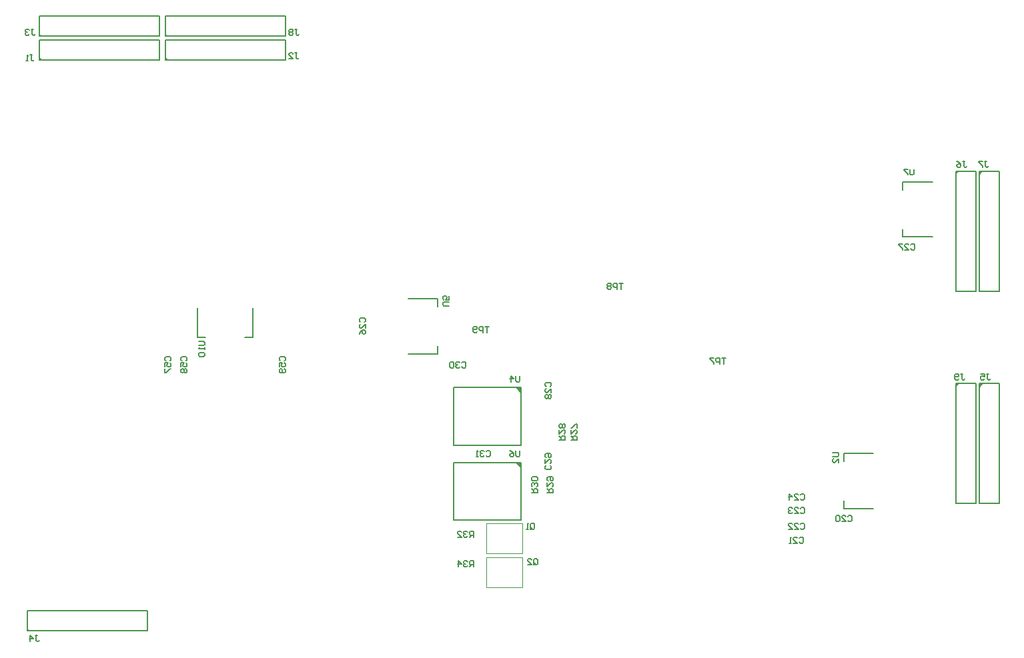
<source format=gbo>
G04*
G04 #@! TF.GenerationSoftware,Altium Limited,Altium Designer,24.5.2 (23)*
G04*
G04 Layer_Color=32896*
%FSLAX25Y25*%
%MOIN*%
G70*
G04*
G04 #@! TF.SameCoordinates,18E33138-F5D1-4808-9D7F-E210CFB707B3*
G04*
G04*
G04 #@! TF.FilePolarity,Positive*
G04*
G01*
G75*
%ADD10C,0.00787*%
%ADD11C,0.00500*%
%ADD12C,0.00197*%
%ADD13C,0.00800*%
%ADD131C,0.00394*%
D10*
X480315Y221457D02*
Y225394D01*
Y245079D02*
Y249016D01*
X495079D01*
X480315Y221457D02*
X495079D01*
X255906Y117397D02*
Y146140D01*
X289370Y117397D02*
Y146140D01*
X255906Y117397D02*
X289370D01*
X255906Y146140D02*
X289370D01*
X288697Y145851D02*
X289272Y144929D01*
X287667Y145971D02*
X288697Y145851D01*
X287667Y145971D02*
X289296Y144163D01*
X289380Y143708D01*
X287344Y146127D02*
X289380Y143708D01*
X255906Y79995D02*
Y108738D01*
X289370Y79995D02*
Y108738D01*
X255906Y79995D02*
X289370D01*
X255906Y108738D02*
X289370D01*
X288697Y108450D02*
X289272Y107527D01*
X287667Y108570D02*
X288697Y108450D01*
X287667Y108570D02*
X289296Y106761D01*
X289380Y106306D01*
X287344Y108725D02*
X289380Y106306D01*
X151575Y171260D02*
X155512D01*
X127953D02*
X131890D01*
X127953D02*
Y186024D01*
X155512Y171260D02*
Y186024D01*
X450787Y85630D02*
X465551D01*
X450787Y113189D02*
X465551D01*
X450787Y109252D02*
Y113189D01*
Y85630D02*
Y89567D01*
X233268Y190551D02*
X248031D01*
X233268Y162992D02*
X248031D01*
Y166929D01*
Y186614D02*
Y190551D01*
D11*
X108740Y309961D02*
Y319961D01*
X48740Y309961D02*
Y319961D01*
X108740D01*
X48740Y309961D02*
X108740D01*
X171732D02*
Y319961D01*
X111732Y309961D02*
Y319961D01*
X171732D01*
X111732Y309961D02*
X171732D01*
X108740Y321772D02*
Y331772D01*
X48740Y321772D02*
Y331772D01*
X108740D01*
X48740Y321772D02*
X108740D01*
X102835Y24528D02*
Y34528D01*
X42835Y24528D02*
Y34528D01*
X102835D01*
X42835Y24528D02*
X102835D01*
X518622Y88110D02*
X528622D01*
X518622Y148110D02*
X528622D01*
Y88110D02*
Y148110D01*
X518622Y88110D02*
Y148110D01*
X506811Y194409D02*
X516811D01*
X506811Y254410D02*
X516811D01*
Y194409D02*
Y254410D01*
X506811Y194409D02*
Y254410D01*
X518622Y194409D02*
X528622D01*
X518622Y254410D02*
X528622D01*
Y194409D02*
Y254410D01*
X518622Y194409D02*
Y254410D01*
X171732Y321772D02*
Y331772D01*
X111732Y321772D02*
Y331772D01*
X171732D01*
X111732Y321772D02*
X171732D01*
X506811Y88110D02*
X516811D01*
X506811Y148110D02*
X516811D01*
Y88110D02*
Y148110D01*
X506811Y88110D02*
Y148110D01*
D12*
X49883Y310108D02*
X50124D01*
X48857Y311134D02*
X49883Y310108D01*
X48857Y310994D02*
Y311134D01*
Y310994D02*
X49718Y310133D01*
X49554D02*
X49718D01*
X48921Y310766D02*
X49554Y310133D01*
X48921Y310652D02*
Y310766D01*
Y310652D02*
X49478Y310095D01*
X49326D02*
X49478D01*
X48895Y310526D02*
X49326Y310095D01*
X48895Y310349D02*
Y310526D01*
Y310349D02*
X49174Y310070D01*
X112875Y310108D02*
X113116D01*
X111849Y311134D02*
X112875Y310108D01*
X111849Y310994D02*
Y311134D01*
Y310994D02*
X112710Y310133D01*
X112546D02*
X112710D01*
X111913Y310766D02*
X112546Y310133D01*
X111913Y310652D02*
Y310766D01*
Y310652D02*
X112470Y310095D01*
X112318D02*
X112470D01*
X111888Y310526D02*
X112318Y310095D01*
X111888Y310349D02*
Y310526D01*
Y310349D02*
X112166Y310070D01*
X49883Y321919D02*
X50124D01*
X48857Y322945D02*
X49883Y321919D01*
X48857Y322805D02*
Y322945D01*
Y322805D02*
X49718Y321944D01*
X49554D02*
X49718D01*
X48921Y322577D02*
X49554Y321944D01*
X48921Y322463D02*
Y322577D01*
Y322463D02*
X49478Y321906D01*
X49326D02*
X49478D01*
X48895Y322337D02*
X49326Y321906D01*
X48895Y322160D02*
Y322337D01*
Y322160D02*
X49174Y321881D01*
X43978Y24675D02*
X44218D01*
X42952Y25701D02*
X43978Y24675D01*
X42952Y25561D02*
Y25701D01*
Y25561D02*
X43813Y24700D01*
X43648D02*
X43813D01*
X43015Y25333D02*
X43648Y24700D01*
X43015Y25219D02*
Y25333D01*
Y25219D02*
X43572Y24662D01*
X43421D02*
X43572D01*
X42990Y25093D02*
X43421Y24662D01*
X42990Y24915D02*
Y25093D01*
Y24915D02*
X43268Y24637D01*
X518769Y146727D02*
Y146967D01*
X519795Y147993D01*
X519656D02*
X519795D01*
X518794Y147132D02*
X519656Y147993D01*
X518794Y147132D02*
Y147297D01*
X519428Y147930D01*
X519314D02*
X519428D01*
X518756Y147373D02*
X519314Y147930D01*
X518756Y147373D02*
Y147524D01*
X519187Y147955D01*
X519010D02*
X519187D01*
X518731Y147677D02*
X519010Y147955D01*
X506958Y253026D02*
Y253266D01*
X507984Y254292D01*
X507845D02*
X507984D01*
X506984Y253431D02*
X507845Y254292D01*
X506984Y253431D02*
Y253596D01*
X507617Y254229D01*
X507503D02*
X507617D01*
X506945Y253672D02*
X507503Y254229D01*
X506945Y253672D02*
Y253823D01*
X507376Y254254D01*
X507199D02*
X507376D01*
X506920Y253976D02*
X507199Y254254D01*
X518769Y253026D02*
Y253266D01*
X519795Y254292D01*
X519656D02*
X519795D01*
X518794Y253431D02*
X519656Y254292D01*
X518794Y253431D02*
Y253596D01*
X519428Y254229D01*
X519314D02*
X519428D01*
X518756Y253672D02*
X519314Y254229D01*
X518756Y253672D02*
Y253823D01*
X519187Y254254D01*
X519010D02*
X519187D01*
X518731Y253976D02*
X519010Y254254D01*
X112875Y321919D02*
X113116D01*
X111849Y322945D02*
X112875Y321919D01*
X111849Y322805D02*
Y322945D01*
Y322805D02*
X112710Y321944D01*
X112546D02*
X112710D01*
X111913Y322577D02*
X112546Y321944D01*
X111913Y322463D02*
Y322577D01*
Y322463D02*
X112470Y321906D01*
X112318D02*
X112470D01*
X111888Y322337D02*
X112318Y321906D01*
X111888Y322160D02*
Y322337D01*
Y322160D02*
X112166Y321881D01*
X506958Y146727D02*
Y146967D01*
X507984Y147993D01*
X507845D02*
X507984D01*
X506984Y147132D02*
X507845Y147993D01*
X506984Y147132D02*
Y147297D01*
X507617Y147930D01*
X507503D02*
X507617D01*
X506945Y147373D02*
X507503Y147930D01*
X506945Y147373D02*
Y147524D01*
X507376Y147955D01*
X507199D02*
X507376D01*
X506920Y147677D02*
X507199Y147955D01*
D13*
X265810Y56571D02*
Y59570D01*
X264310D01*
X263810Y59071D01*
Y58071D01*
X264310Y57571D01*
X265810D01*
X264810D02*
X263810Y56571D01*
X262811Y59071D02*
X262311Y59570D01*
X261311D01*
X260811Y59071D01*
Y58571D01*
X261311Y58071D01*
X261811D01*
X261311D01*
X260811Y57571D01*
Y57071D01*
X261311Y56571D01*
X262311D01*
X262811Y57071D01*
X258312Y56571D02*
Y59570D01*
X259812Y58071D01*
X257812D01*
X265810Y71335D02*
Y74334D01*
X264310D01*
X263810Y73834D01*
Y72835D01*
X264310Y72335D01*
X265810D01*
X264810D02*
X263810Y71335D01*
X262811Y73834D02*
X262311Y74334D01*
X261311D01*
X260811Y73834D01*
Y73334D01*
X261311Y72835D01*
X261811D01*
X261311D01*
X260811Y72335D01*
Y71835D01*
X261311Y71335D01*
X262311D01*
X262811Y71835D01*
X257812Y71335D02*
X259812D01*
X257812Y73334D01*
Y73834D01*
X258312Y74334D01*
X259312D01*
X259812Y73834D01*
X391794Y160948D02*
X389795D01*
X390794D01*
Y157949D01*
X388795D02*
Y160948D01*
X387295D01*
X386796Y160449D01*
Y159449D01*
X387295Y158949D01*
X388795D01*
X385796Y160948D02*
X383797D01*
Y160449D01*
X385796Y158449D01*
Y157949D01*
X128422Y169103D02*
X130921D01*
X131421Y168603D01*
Y167604D01*
X130921Y167104D01*
X128422D01*
X131421Y166104D02*
Y165104D01*
Y165604D01*
X128422D01*
X128922Y166104D01*
Y163605D02*
X128422Y163105D01*
Y162105D01*
X128922Y161606D01*
X130921D01*
X131421Y162105D01*
Y163105D01*
X130921Y163605D01*
X128922D01*
X273684Y176696D02*
X271684D01*
X272684D01*
Y173697D01*
X270685D02*
Y176696D01*
X269185D01*
X268685Y176197D01*
Y175197D01*
X269185Y174697D01*
X270685D01*
X267686Y174197D02*
X267186Y173697D01*
X266186D01*
X265686Y174197D01*
Y176197D01*
X266186Y176696D01*
X267186D01*
X267686Y176197D01*
Y175697D01*
X267186Y175197D01*
X265686D01*
X340613Y198350D02*
X338614D01*
X339613D01*
Y195351D01*
X337614D02*
Y198350D01*
X336114D01*
X335614Y197850D01*
Y196850D01*
X336114Y196351D01*
X337614D01*
X334615Y197850D02*
X334115Y198350D01*
X333115D01*
X332615Y197850D01*
Y197350D01*
X333115Y196850D01*
X332615Y196351D01*
Y195851D01*
X333115Y195351D01*
X334115D01*
X334615Y195851D01*
Y196351D01*
X334115Y196850D01*
X334615Y197350D01*
Y197850D01*
X334115Y196850D02*
X333115D01*
X169276Y159480D02*
X168776Y159979D01*
Y160979D01*
X169276Y161479D01*
X171275D01*
X171775Y160979D01*
Y159979D01*
X171275Y159480D01*
X168776Y156481D02*
Y158480D01*
X170276D01*
X169776Y157480D01*
Y156981D01*
X170276Y156481D01*
X171275D01*
X171775Y156981D01*
Y157980D01*
X171275Y158480D01*
Y155481D02*
X171775Y154981D01*
Y153981D01*
X171275Y153482D01*
X169276D01*
X168776Y153981D01*
Y154981D01*
X169276Y155481D01*
X169776D01*
X170276Y154981D01*
Y153482D01*
X120063Y159480D02*
X119563Y159979D01*
Y160979D01*
X120063Y161479D01*
X122063D01*
X122563Y160979D01*
Y159979D01*
X122063Y159480D01*
X119563Y156481D02*
Y158480D01*
X121063D01*
X120563Y157480D01*
Y156981D01*
X121063Y156481D01*
X122063D01*
X122563Y156981D01*
Y157980D01*
X122063Y158480D01*
X120063Y155481D02*
X119563Y154981D01*
Y153981D01*
X120063Y153482D01*
X120563D01*
X121063Y153981D01*
X121563Y153482D01*
X122063D01*
X122563Y153981D01*
Y154981D01*
X122063Y155481D01*
X121563D01*
X121063Y154981D01*
X120563Y155481D01*
X120063D01*
X121063Y154981D02*
Y153981D01*
X112189Y159480D02*
X111689Y159979D01*
Y160979D01*
X112189Y161479D01*
X114189D01*
X114689Y160979D01*
Y159979D01*
X114189Y159480D01*
X111689Y156481D02*
Y158480D01*
X113189D01*
X112689Y157480D01*
Y156981D01*
X113189Y156481D01*
X114189D01*
X114689Y156981D01*
Y157980D01*
X114189Y158480D01*
X111689Y155481D02*
Y153482D01*
X112189D01*
X114189Y155481D01*
X114689D01*
X253468Y187068D02*
X250969D01*
X250469Y187568D01*
Y188567D01*
X250969Y189067D01*
X253468D01*
Y192066D02*
Y190067D01*
X251969D01*
X252468Y191066D01*
Y191566D01*
X251969Y192066D01*
X250969D01*
X250469Y191566D01*
Y190567D01*
X250969Y190067D01*
X209324Y178829D02*
X208824Y179328D01*
Y180328D01*
X209324Y180828D01*
X211324D01*
X211824Y180328D01*
Y179328D01*
X211324Y178829D01*
X211824Y175829D02*
Y177829D01*
X209824Y175829D01*
X209324D01*
X208824Y176329D01*
Y177329D01*
X209324Y177829D01*
X208824Y172830D02*
X209324Y173830D01*
X210324Y174830D01*
X211324D01*
X211824Y174330D01*
Y173330D01*
X211324Y172830D01*
X210824D01*
X210324Y173330D01*
Y174830D01*
X485767Y255436D02*
Y252937D01*
X485267Y252437D01*
X484267D01*
X483768Y252937D01*
Y255436D01*
X482768D02*
X480768D01*
Y254937D01*
X482768Y252937D01*
Y252437D01*
X484283Y217535D02*
X484783Y218035D01*
X485782D01*
X486282Y217535D01*
Y215536D01*
X485782Y215036D01*
X484783D01*
X484283Y215536D01*
X481284Y215036D02*
X483283D01*
X481284Y217035D01*
Y217535D01*
X481784Y218035D01*
X482783D01*
X483283Y217535D01*
X480284Y218035D02*
X478285D01*
Y217535D01*
X480284Y215536D01*
Y215036D01*
X445351Y113720D02*
X447850D01*
X448350Y113220D01*
Y112220D01*
X447850Y111720D01*
X445351D01*
X448350Y108721D02*
Y110721D01*
X446350Y108721D01*
X445851D01*
X445351Y109221D01*
Y110221D01*
X445851Y110721D01*
X452785Y81760D02*
X453285Y82260D01*
X454285D01*
X454785Y81760D01*
Y79760D01*
X454285Y79261D01*
X453285D01*
X452785Y79760D01*
X449786Y79261D02*
X451786D01*
X449786Y81260D01*
Y81760D01*
X450286Y82260D01*
X451286D01*
X451786Y81760D01*
X448787D02*
X448287Y82260D01*
X447287D01*
X446787Y81760D01*
Y79760D01*
X447287Y79261D01*
X448287D01*
X448787Y79760D01*
Y81760D01*
X288916Y114689D02*
Y112189D01*
X288417Y111689D01*
X287417D01*
X286917Y112189D01*
Y114689D01*
X283918D02*
X284918Y114189D01*
X285917Y113189D01*
Y112189D01*
X285418Y111689D01*
X284418D01*
X283918Y112189D01*
Y112689D01*
X284418Y113189D01*
X285917D01*
X429165Y92535D02*
X429665Y93035D01*
X430664D01*
X431164Y92535D01*
Y90536D01*
X430664Y90036D01*
X429665D01*
X429165Y90536D01*
X426166Y90036D02*
X428165D01*
X426166Y92035D01*
Y92535D01*
X426665Y93035D01*
X427665D01*
X428165Y92535D01*
X423666Y90036D02*
Y93035D01*
X425166Y91535D01*
X423167D01*
X429165Y85645D02*
X429665Y86145D01*
X430664D01*
X431164Y85645D01*
Y83646D01*
X430664Y83146D01*
X429665D01*
X429165Y83646D01*
X426166Y83146D02*
X428165D01*
X426166Y85145D01*
Y85645D01*
X426665Y86145D01*
X427665D01*
X428165Y85645D01*
X425166D02*
X424666Y86145D01*
X423666D01*
X423167Y85645D01*
Y85145D01*
X423666Y84646D01*
X424166D01*
X423666D01*
X423167Y84146D01*
Y83646D01*
X423666Y83146D01*
X424666D01*
X425166Y83646D01*
X429165Y77771D02*
X429665Y78271D01*
X430664D01*
X431164Y77771D01*
Y75772D01*
X430664Y75272D01*
X429665D01*
X429165Y75772D01*
X426166Y75272D02*
X428165D01*
X426166Y77271D01*
Y77771D01*
X426665Y78271D01*
X427665D01*
X428165Y77771D01*
X423167Y75272D02*
X425166D01*
X423167Y77271D01*
Y77771D01*
X423666Y78271D01*
X424666D01*
X425166Y77771D01*
X428665Y70882D02*
X429165Y71381D01*
X430164D01*
X430664Y70882D01*
Y68882D01*
X430164Y68382D01*
X429165D01*
X428665Y68882D01*
X425666Y68382D02*
X427665D01*
X425666Y70382D01*
Y70882D01*
X426166Y71381D01*
X427165D01*
X427665Y70882D01*
X424666Y68382D02*
X423666D01*
X424166D01*
Y71381D01*
X424666Y70882D01*
X288916Y152090D02*
Y149591D01*
X288417Y149091D01*
X287417D01*
X286917Y149591D01*
Y152090D01*
X284418Y149091D02*
Y152090D01*
X285917Y150591D01*
X283918D01*
X294760Y93442D02*
X297759D01*
Y94942D01*
X297259Y95442D01*
X296260D01*
X295760Y94942D01*
Y93442D01*
Y94442D02*
X294760Y95442D01*
X297259Y96441D02*
X297759Y96941D01*
Y97941D01*
X297259Y98441D01*
X296760D01*
X296260Y97941D01*
Y97441D01*
Y97941D01*
X295760Y98441D01*
X295260D01*
X294760Y97941D01*
Y96941D01*
X295260Y96441D01*
X297259Y99440D02*
X297759Y99940D01*
Y100940D01*
X297259Y101440D01*
X295260D01*
X294760Y100940D01*
Y99940D01*
X295260Y99440D01*
X297259D01*
X302634Y93442D02*
X305633D01*
Y94942D01*
X305134Y95442D01*
X304134D01*
X303634Y94942D01*
Y93442D01*
Y94442D02*
X302634Y95442D01*
Y98441D02*
Y96441D01*
X304634Y98441D01*
X305134D01*
X305633Y97941D01*
Y96941D01*
X305134Y96441D01*
X303134Y99440D02*
X302634Y99940D01*
Y100940D01*
X303134Y101440D01*
X305134D01*
X305633Y100940D01*
Y99940D01*
X305134Y99440D01*
X304634D01*
X304134Y99940D01*
Y101440D01*
X308540Y120017D02*
X311539D01*
Y121517D01*
X311039Y122016D01*
X310039D01*
X309540Y121517D01*
Y120017D01*
Y121017D02*
X308540Y122016D01*
Y125015D02*
Y123016D01*
X310539Y125015D01*
X311039D01*
X311539Y124516D01*
Y123516D01*
X311039Y123016D01*
Y126015D02*
X311539Y126515D01*
Y127515D01*
X311039Y128015D01*
X310539D01*
X310039Y127515D01*
X309540Y128015D01*
X309040D01*
X308540Y127515D01*
Y126515D01*
X309040Y126015D01*
X309540D01*
X310039Y126515D01*
X310539Y126015D01*
X311039D01*
X310039Y126515D02*
Y127515D01*
X314445Y120017D02*
X317444D01*
Y121517D01*
X316945Y122016D01*
X315945D01*
X315445Y121517D01*
Y120017D01*
Y121017D02*
X314445Y122016D01*
Y125015D02*
Y123016D01*
X316445Y125015D01*
X316945D01*
X317444Y124516D01*
Y123516D01*
X316945Y123016D01*
X317444Y126015D02*
Y128015D01*
X316945D01*
X314945Y126015D01*
X314445D01*
X295775Y58055D02*
Y60055D01*
X296275Y60555D01*
X297275D01*
X297775Y60055D01*
Y58055D01*
X297275Y57556D01*
X296275D01*
X296775Y58555D02*
X295775Y57556D01*
X296275D02*
X295775Y58055D01*
X292776Y57556D02*
X294776D01*
X292776Y59555D01*
Y60055D01*
X293276Y60555D01*
X294276D01*
X294776Y60055D01*
X294291Y75772D02*
Y77771D01*
X294791Y78271D01*
X295791D01*
X296291Y77771D01*
Y75772D01*
X295791Y75272D01*
X294791D01*
X295291Y76272D02*
X294291Y75272D01*
X294791D02*
X294291Y75772D01*
X293292Y75272D02*
X292292D01*
X292792D01*
Y78271D01*
X293292Y77771D01*
X272169Y114189D02*
X272669Y114689D01*
X273668D01*
X274168Y114189D01*
Y112189D01*
X273668Y111689D01*
X272669D01*
X272169Y112189D01*
X271169Y114189D02*
X270669Y114689D01*
X269670D01*
X269170Y114189D01*
Y113689D01*
X269670Y113189D01*
X270169D01*
X269670D01*
X269170Y112689D01*
Y112189D01*
X269670Y111689D01*
X270669D01*
X271169Y112189D01*
X268170Y111689D02*
X267170D01*
X267670D01*
Y114689D01*
X268170Y114189D01*
X259873Y158480D02*
X260373Y158980D01*
X261373D01*
X261873Y158480D01*
Y156481D01*
X261373Y155981D01*
X260373D01*
X259873Y156481D01*
X258874Y158480D02*
X258374Y158980D01*
X257374D01*
X256874Y158480D01*
Y157980D01*
X257374Y157480D01*
X257874D01*
X257374D01*
X256874Y156981D01*
Y156481D01*
X257374Y155981D01*
X258374D01*
X258874Y156481D01*
X255875Y158480D02*
X255375Y158980D01*
X254375D01*
X253875Y158480D01*
Y156481D01*
X254375Y155981D01*
X255375D01*
X255875Y156481D01*
Y158480D01*
X304149Y107253D02*
X304649Y106753D01*
Y105753D01*
X304149Y105253D01*
X302150D01*
X301650Y105753D01*
Y106753D01*
X302150Y107253D01*
X301650Y110252D02*
Y108252D01*
X303649Y110252D01*
X304149D01*
X304649Y109752D01*
Y108752D01*
X304149Y108252D01*
X302150Y111251D02*
X301650Y111751D01*
Y112751D01*
X302150Y113251D01*
X304149D01*
X304649Y112751D01*
Y111751D01*
X304149Y111251D01*
X303649D01*
X303150Y111751D01*
Y113251D01*
X302150Y146684D02*
X301650Y147184D01*
Y148184D01*
X302150Y148684D01*
X304149D01*
X304649Y148184D01*
Y147184D01*
X304149Y146684D01*
X304649Y143685D02*
Y145685D01*
X302650Y143685D01*
X302150D01*
X301650Y144185D01*
Y145185D01*
X302150Y145685D01*
Y142686D02*
X301650Y142186D01*
Y141186D01*
X302150Y140686D01*
X302650D01*
X303150Y141186D01*
X303649Y140686D01*
X304149D01*
X304649Y141186D01*
Y142186D01*
X304149Y142686D01*
X303649D01*
X303150Y142186D01*
X302650Y142686D01*
X302150D01*
X303150Y142186D02*
Y141186D01*
X44791Y325318D02*
X45791D01*
X45291D01*
Y322819D01*
X45791Y322319D01*
X46291D01*
X46791Y322819D01*
X43791Y324819D02*
X43292Y325318D01*
X42292D01*
X41792Y324819D01*
Y324319D01*
X42292Y323819D01*
X42792D01*
X42292D01*
X41792Y323319D01*
Y322819D01*
X42292Y322319D01*
X43292D01*
X43791Y322819D01*
X176681Y325318D02*
X177681D01*
X177181D01*
Y322819D01*
X177681Y322319D01*
X178180D01*
X178680Y322819D01*
X175681Y324819D02*
X175181Y325318D01*
X174182D01*
X173682Y324819D01*
Y324319D01*
X174182Y323819D01*
X173682Y323319D01*
Y322819D01*
X174182Y322319D01*
X175181D01*
X175681Y322819D01*
Y323319D01*
X175181Y323819D01*
X175681Y324319D01*
Y324819D01*
X175181Y323819D02*
X174182D01*
X176681Y313507D02*
X177681D01*
X177181D01*
Y311008D01*
X177681Y310508D01*
X178180D01*
X178680Y311008D01*
X173682Y310508D02*
X175681D01*
X173682Y312508D01*
Y313007D01*
X174182Y313507D01*
X175181D01*
X175681Y313007D01*
X46760Y22169D02*
X47759D01*
X47260D01*
Y19670D01*
X47759Y19170D01*
X48259D01*
X48759Y19670D01*
X44260Y19170D02*
Y22169D01*
X45760Y20669D01*
X43761D01*
X44291Y312523D02*
X45291D01*
X44791D01*
Y310024D01*
X45291Y309524D01*
X45791D01*
X46291Y310024D01*
X43292Y309524D02*
X42292D01*
X42792D01*
Y312523D01*
X43292Y312023D01*
X521169Y259373D02*
X522169D01*
X521669D01*
Y256874D01*
X522169Y256375D01*
X522669D01*
X523169Y256874D01*
X520169Y259373D02*
X518170D01*
Y258874D01*
X520169Y256874D01*
Y256375D01*
X510342Y259373D02*
X511342D01*
X510842D01*
Y256874D01*
X511342Y256375D01*
X511842D01*
X512342Y256874D01*
X507343Y259373D02*
X508343Y258874D01*
X509343Y257874D01*
Y256874D01*
X508843Y256375D01*
X507843D01*
X507343Y256874D01*
Y257374D01*
X507843Y257874D01*
X509343D01*
X522153Y153074D02*
X523153D01*
X522653D01*
Y150575D01*
X523153Y150075D01*
X523653D01*
X524153Y150575D01*
X519154Y153074D02*
X521154D01*
Y151575D01*
X520154Y152075D01*
X519654D01*
X519154Y151575D01*
Y150575D01*
X519654Y150075D01*
X520654D01*
X521154Y150575D01*
X509358Y153074D02*
X510358D01*
X509858D01*
Y150575D01*
X510358Y150075D01*
X510858D01*
X511357Y150575D01*
X508358D02*
X507859Y150075D01*
X506859D01*
X506359Y150575D01*
Y152575D01*
X506859Y153074D01*
X507859D01*
X508358Y152575D01*
Y152075D01*
X507859Y151575D01*
X506359D01*
D131*
X290158Y46306D02*
Y61266D01*
X272047Y46306D02*
X290158D01*
X272047D02*
Y61266D01*
X290158D01*
X290158Y63386D02*
Y78347D01*
X272047Y63386D02*
X290158D01*
X272047D02*
Y78347D01*
X290158D01*
M02*

</source>
